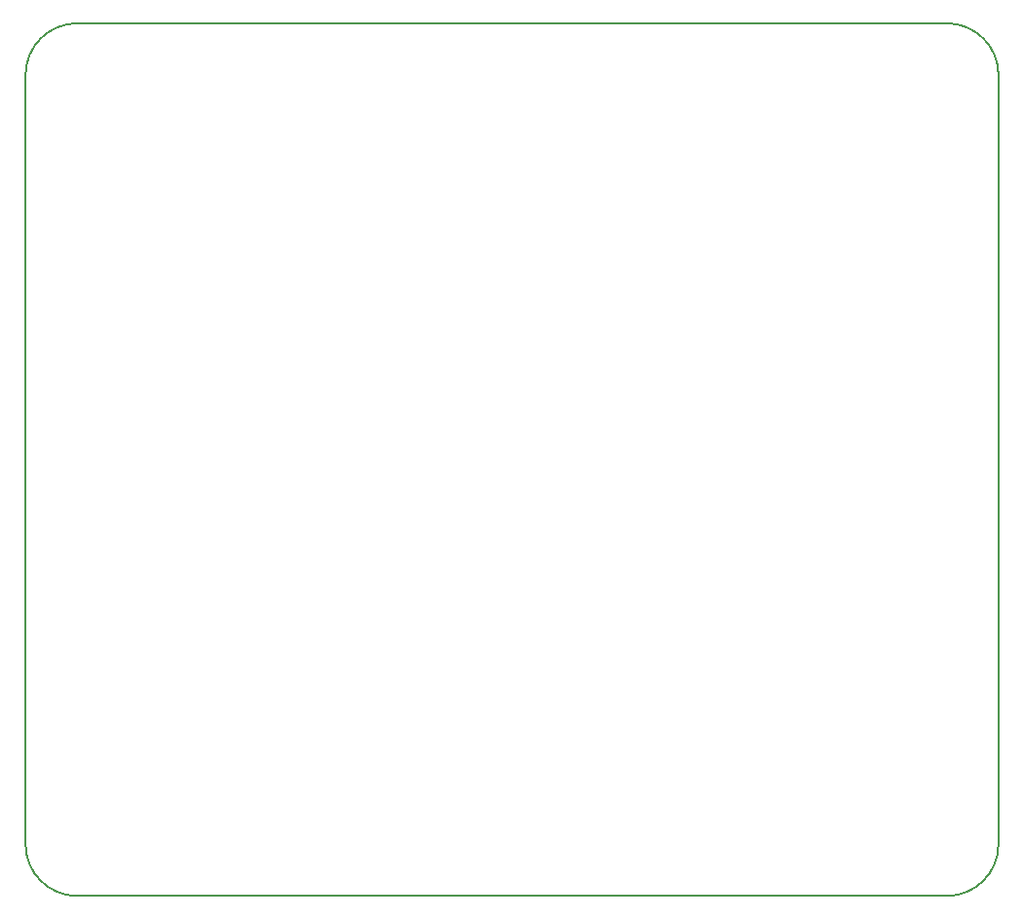
<source format=gbr>
%TF.GenerationSoftware,KiCad,Pcbnew,8.0.6*%
%TF.CreationDate,2024-12-12T06:35:09+00:00*%
%TF.ProjectId,AWR2243RadarBoard,41575232-3234-4335-9261-646172426f61,rev?*%
%TF.SameCoordinates,Original*%
%TF.FileFunction,Profile,NP*%
%FSLAX46Y46*%
G04 Gerber Fmt 4.6, Leading zero omitted, Abs format (unit mm)*
G04 Created by KiCad (PCBNEW 8.0.6) date 2024-12-12 06:35:09*
%MOMM*%
%LPD*%
G01*
G04 APERTURE LIST*
%TA.AperFunction,Profile*%
%ADD10C,0.200000*%
%TD*%
G04 APERTURE END LIST*
D10*
X120052300Y-35000000D02*
X120052300Y-101896000D01*
X40000000Y-30500000D02*
X115552300Y-30500000D01*
X40000000Y-106400000D02*
G75*
G02*
X35500000Y-101900000I0J4500000D01*
G01*
X35500000Y-101896000D02*
X35500000Y-35000000D01*
X115552300Y-30500000D02*
G75*
G02*
X120052300Y-35000000I0J-4500000D01*
G01*
X35500000Y-35000000D02*
G75*
G02*
X40000000Y-30500000I4500000J0D01*
G01*
X115552300Y-106396000D02*
X40000000Y-106396000D01*
X120050000Y-101900000D02*
G75*
G02*
X115550000Y-106400000I-4500000J0D01*
G01*
M02*

</source>
